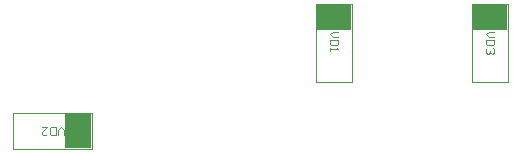
<source format=gbr>
%TF.GenerationSoftware,Altium Limited,Altium Designer,21.6.4 (81)*%
G04 Layer_Color=32768*
%FSLAX43Y43*%
%MOMM*%
%TF.SameCoordinates,1AC814DF-7433-4E0E-8A45-847F92D72221*%
%TF.FilePolarity,Positive*%
%TF.FileFunction,Other,Top_Assembly*%
%TF.Part,Single*%
G01*
G75*
%TA.AperFunction,NonConductor*%
%ADD52C,0.100*%
%ADD53R,3.000X2.250*%
%ADD54R,2.250X3.000*%
D52*
X60167Y36150D02*
Y42800D01*
X57167D02*
X60167D01*
X57167Y36150D02*
X60167D01*
X57167D02*
Y42800D01*
X18265Y30525D02*
X24915D01*
Y33525D01*
X18265Y30525D02*
Y33525D01*
X24915D01*
X46950Y36150D02*
Y42800D01*
X43950D02*
X46950D01*
X43950Y36150D02*
X46950D01*
X43950D02*
Y42800D01*
X59017Y40450D02*
X58550D01*
X58317Y40217D01*
X58550Y39983D01*
X59017D01*
Y39750D02*
X58317D01*
Y39400D01*
X58433Y39284D01*
X58900D01*
X59017Y39400D01*
Y39750D01*
X58900Y39050D02*
X59017Y38934D01*
Y38701D01*
X58900Y38584D01*
X58783D01*
X58667Y38701D01*
Y38817D01*
Y38701D01*
X58550Y38584D01*
X58433D01*
X58317Y38701D01*
Y38934D01*
X58433Y39050D01*
X22565Y31676D02*
Y32142D01*
X22332Y32375D01*
X22099Y32142D01*
Y31676D01*
X21866D02*
Y32375D01*
X21516D01*
X21399Y32259D01*
Y31792D01*
X21516Y31676D01*
X21866D01*
X20699Y32375D02*
X21166D01*
X20699Y31909D01*
Y31792D01*
X20816Y31676D01*
X21049D01*
X21166Y31792D01*
X45800Y40450D02*
X45333D01*
X45100Y40217D01*
X45333Y39983D01*
X45800D01*
Y39750D02*
X45100D01*
Y39400D01*
X45217Y39284D01*
X45683D01*
X45800Y39400D01*
Y39750D01*
X45100Y39050D02*
Y38817D01*
Y38934D01*
X45800D01*
X45683Y39050D01*
D53*
X58667Y41675D02*
D03*
X45450Y41675D02*
D03*
D54*
X23790Y32025D02*
D03*
%TF.MD5,077525b5f48fcb2650f522b03893a643*%
M02*

</source>
